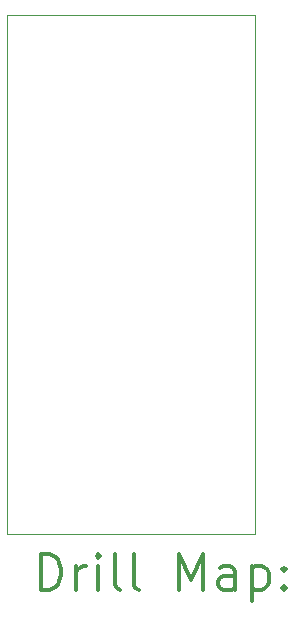
<source format=gbr>
%FSLAX45Y45*%
G04 Gerber Fmt 4.5, Leading zero omitted, Abs format (unit mm)*
G04 Created by KiCad (PCBNEW (5.1.9)-1) date 2021-11-21 23:00:22*
%MOMM*%
%LPD*%
G01*
G04 APERTURE LIST*
%TA.AperFunction,Profile*%
%ADD10C,0.050000*%
%TD*%
%ADD11C,0.200000*%
%ADD12C,0.300000*%
G04 APERTURE END LIST*
D10*
X7500000Y-10400000D02*
X7500000Y-6000000D01*
X9600000Y-10400000D02*
X7500000Y-10400000D01*
X9600000Y-6000000D02*
X9600000Y-10400000D01*
X7500000Y-6000000D02*
X9600000Y-6000000D01*
D11*
D12*
X7783928Y-10868214D02*
X7783928Y-10568214D01*
X7855357Y-10568214D01*
X7898214Y-10582500D01*
X7926786Y-10611072D01*
X7941071Y-10639643D01*
X7955357Y-10696786D01*
X7955357Y-10739643D01*
X7941071Y-10796786D01*
X7926786Y-10825357D01*
X7898214Y-10853929D01*
X7855357Y-10868214D01*
X7783928Y-10868214D01*
X8083928Y-10868214D02*
X8083928Y-10668214D01*
X8083928Y-10725357D02*
X8098214Y-10696786D01*
X8112500Y-10682500D01*
X8141071Y-10668214D01*
X8169643Y-10668214D01*
X8269643Y-10868214D02*
X8269643Y-10668214D01*
X8269643Y-10568214D02*
X8255357Y-10582500D01*
X8269643Y-10596786D01*
X8283928Y-10582500D01*
X8269643Y-10568214D01*
X8269643Y-10596786D01*
X8455357Y-10868214D02*
X8426786Y-10853929D01*
X8412500Y-10825357D01*
X8412500Y-10568214D01*
X8612500Y-10868214D02*
X8583928Y-10853929D01*
X8569643Y-10825357D01*
X8569643Y-10568214D01*
X8955357Y-10868214D02*
X8955357Y-10568214D01*
X9055357Y-10782500D01*
X9155357Y-10568214D01*
X9155357Y-10868214D01*
X9426786Y-10868214D02*
X9426786Y-10711072D01*
X9412500Y-10682500D01*
X9383928Y-10668214D01*
X9326786Y-10668214D01*
X9298214Y-10682500D01*
X9426786Y-10853929D02*
X9398214Y-10868214D01*
X9326786Y-10868214D01*
X9298214Y-10853929D01*
X9283928Y-10825357D01*
X9283928Y-10796786D01*
X9298214Y-10768214D01*
X9326786Y-10753929D01*
X9398214Y-10753929D01*
X9426786Y-10739643D01*
X9569643Y-10668214D02*
X9569643Y-10968214D01*
X9569643Y-10682500D02*
X9598214Y-10668214D01*
X9655357Y-10668214D01*
X9683928Y-10682500D01*
X9698214Y-10696786D01*
X9712500Y-10725357D01*
X9712500Y-10811072D01*
X9698214Y-10839643D01*
X9683928Y-10853929D01*
X9655357Y-10868214D01*
X9598214Y-10868214D01*
X9569643Y-10853929D01*
X9841071Y-10839643D02*
X9855357Y-10853929D01*
X9841071Y-10868214D01*
X9826786Y-10853929D01*
X9841071Y-10839643D01*
X9841071Y-10868214D01*
X9841071Y-10682500D02*
X9855357Y-10696786D01*
X9841071Y-10711072D01*
X9826786Y-10696786D01*
X9841071Y-10682500D01*
X9841071Y-10711072D01*
M02*

</source>
